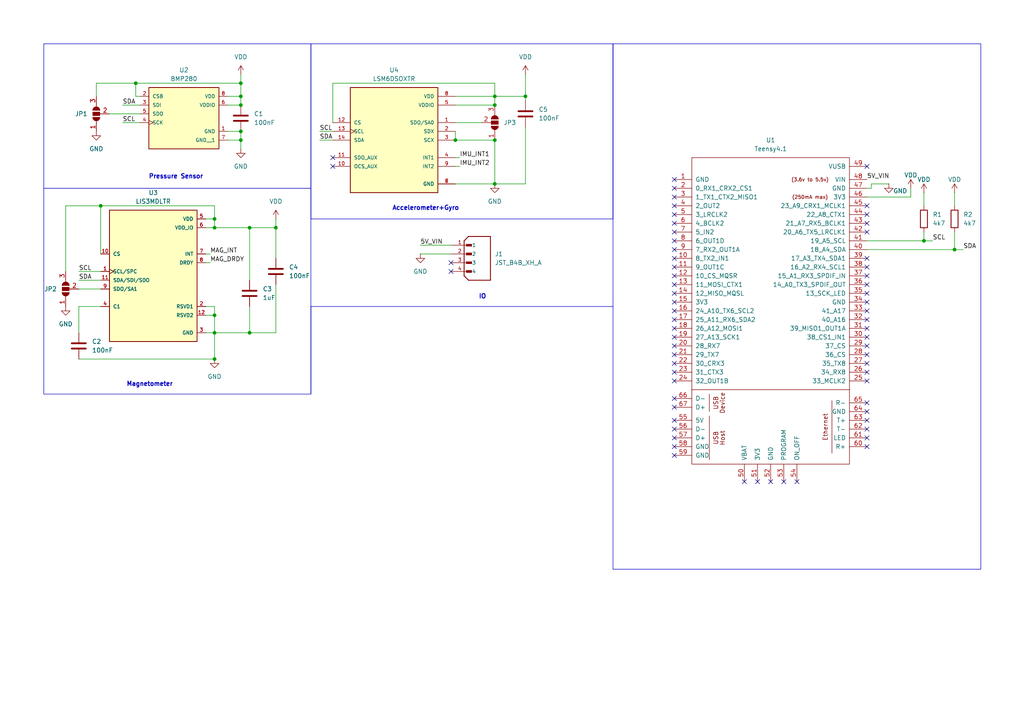
<source format=kicad_sch>
(kicad_sch (version 20231120) (generator "eeschema") (generator_version "8.0")
  (paper "A4")
  (lib_symbols
    (symbol "Device:C" (pin_numbers hide) (pin_names (offset 0.254))
      (property "Reference" "C" (at 0.635 2.54 0))
      (property "Value" "C" (at 0.635 -2.54 0))
      (symbol "C_0_1"
        (polyline (pts (xy -2.032 -0.762) (xy 2.032 -0.762)) (stroke (width 0.508)))
        (polyline (pts (xy -2.032 0.762) (xy 2.032 0.762)) (stroke (width 0.508)))
      )
      (symbol "C_1_1"
        (pin passive line (at 0 3.81 270) (length 2.794) (name "~") (number "1"))
        (pin passive line (at 0 -3.81 90) (length 2.794) (name "~") (number "2"))
      )
    )
    (symbol "Device:R" (pin_numbers hide) (pin_names (offset 0))
      (property "Reference" "R" (at 2.032 0 90))
      (property "Value" "R" (at 0 0 90))
      (symbol "R_0_1"
        (rectangle (start -1.016 -2.54) (end 1.016 2.54) (stroke (width 0.254)))
      )
      (symbol "R_1_1"
        (pin passive line (at 0 3.81 270) (length 1.27) (name "~") (number "1"))
        (pin passive line (at 0 -3.81 90) (length 1.27) (name "~") (number "2"))
      )
    )
    (symbol "Jumper:SolderJumper_3_Open" (pin_names (offset 0) hide) (exclude_from_sim yes) (in_bom no)
      (property "Reference" "JP" (at -2.54 -2.54 0))
      (property "Value" "SolderJumper_3_Open" (at 0 2.794 0))
      (symbol "SolderJumper_3_Open_0_1"
        (arc (start -1.016 1.016) (mid -2.0276 0) (end -1.016 -1.016))
        (arc (start -1.016 1.016) (mid -2.0276 0) (end -1.016 -1.016) (fill (type outline)))
        (rectangle (start -0.508 1.016) (end 0.508 -1.016) (fill (type outline)))
        (polyline (pts (xy -2.54 0) (xy -2.032 0)))
        (polyline (pts (xy -1.016 1.016) (xy -1.016 -1.016)))
        (polyline (pts (xy 0 -1.27) (xy 0 -1.016)))
        (polyline (pts (xy 1.016 1.016) (xy 1.016 -1.016)))
        (polyline (pts (xy 2.54 0) (xy 2.032 0)))
        (arc (start 1.016 -1.016) (mid 2.0276 0) (end 1.016 1.016))
        (arc (start 1.016 -1.016) (mid 2.0276 0) (end 1.016 1.016) (fill (type outline)))
      )
      (symbol "SolderJumper_3_Open_1_1"
        (pin passive line (at -5.08 0 0) (length 2.54) (name "A") (number "1"))
        (pin passive line (at 0 -3.81 90) (length 2.54) (name "C") (number "2"))
        (pin passive line (at 5.08 0 180) (length 2.54) (name "B") (number "3"))
      )
    )
    (symbol "custom_library:BMP280" (pin_names (offset 1.016))
      (property "Reference" "U" (at -10.1796 7.6347 0))
      (property "Value" "BMP280" (at -10.668 -12.192 0))
      (symbol "BMP280_0_0"
        (rectangle (start -10.16 7.62) (end 10.16 -10.16) (stroke (width 0.254)) (fill (type background)))
        (pin power_in line (at 12.7 -5.08 180) (length 2.54) (name "GND") (number "1"))
        (pin input line (at -12.7 5.08 0) (length 2.54) (name "CSB") (number "2"))
        (pin bidirectional line (at -12.7 2.54 0) (length 2.54) (name "SDI") (number "3"))
        (pin input clock (at -12.7 -2.54 0) (length 2.54) (name "SCK") (number "4"))
        (pin bidirectional line (at -12.7 0 0) (length 2.54) (name "SDO") (number "5"))
        (pin power_in line (at 12.7 2.54 180) (length 2.54) (name "VDDIO") (number "6"))
        (pin power_in line (at 12.7 -7.62 180) (length 2.54) (name "GND__1") (number "7"))
        (pin power_in line (at 12.7 5.08 180) (length 2.54) (name "VDD") (number "8"))
      )
    )
    (symbol "custom_library:JST_B4B_XH_A" (pin_names (offset 1.016))
      (property "Reference" "J" (at -2.54 6.35 0))
      (property "Value" "JST_B4B_XH_A" (at -2.54 -10.16 0))
      (symbol "JST_B4B_XH_A_0_0"
        (rectangle (start -3.175 -5.3975) (end -1.5875 -4.7625) (stroke (width 0.1)) (fill (type outline)))
        (rectangle (start -3.175 -2.8575) (end -1.5875 -2.2225) (stroke (width 0.1)) (fill (type outline)))
        (rectangle (start -3.175 -0.3175) (end -1.5875 0.3175) (stroke (width 0.1)) (fill (type outline)))
        (rectangle (start -3.175 2.2225) (end -1.5875 2.8575) (stroke (width 0.1)) (fill (type outline)))
        (polyline (pts (xy -3.81 -6.35) (xy -2.54 -7.62)) (stroke (width 0.254)))
        (polyline (pts (xy -3.81 3.81) (xy -3.81 -6.35)) (stroke (width 0.254)))
        (polyline (pts (xy -3.81 3.81) (xy -2.54 5.08)) (stroke (width 0.254)))
        (polyline (pts (xy -2.54 -7.62) (xy 3.81 -7.62)) (stroke (width 0.254)))
        (polyline (pts (xy 3.81 -7.62) (xy 3.81 5.08)) (stroke (width 0.254)))
        (polyline (pts (xy 3.81 5.08) (xy -2.54 5.08)) (stroke (width 0.254)))
        (pin passive line (at -7.62 2.54 0) (length 5.08) (name "1") (number "1"))
        (pin passive line (at -7.62 0 0) (length 5.08) (name "2") (number "2"))
        (pin passive line (at -7.62 -2.54 0) (length 5.08) (name "3") (number "3"))
        (pin passive line (at -7.62 -5.08 0) (length 5.08) (name "4") (number "4"))
      )
    )
    (symbol "custom_library:LIS3MDLTR" (pin_names (offset 1.016))
      (property "Reference" "U" (at -12.954 19.812 0))
      (property "Value" "LIS3MDLTR" (at -12.954 18.034 0))
      (symbol "LIS3MDLTR_0_0"
        (rectangle (start -12.7 17.78) (end 12.7 -20.32) (stroke (width 0.254)) (fill (type background)))
        (pin input clock (at -15.24 0 0) (length 2.54) (name "SCL/SPC") (number "1"))
        (pin input line (at -15.24 5.08 0) (length 2.54) (name "CS") (number "10"))
        (pin bidirectional line (at -15.24 -2.54 0) (length 2.54) (name "SDA/SDI/SDO") (number "11"))
        (pin passive line (at 15.24 -12.7 180) (length 2.54) (name "RSVD2") (number "12"))
        (pin passive line (at 15.24 -10.16 180) (length 2.54) (name "RSVD1") (number "2"))
        (pin power_in line (at 15.24 -17.78 180) (length 2.54) (name "GND") (number "3"))
        (pin passive line (at -15.24 -10.16 0) (length 2.54) (name "C1") (number "4"))
        (pin power_in line (at 15.24 15.24 180) (length 2.54) (name "VDD") (number "5"))
        (pin power_in line (at 15.24 12.7 180) (length 2.54) (name "VDD_IO") (number "6"))
        (pin output line (at 15.24 5.08 180) (length 2.54) (name "INT") (number "7"))
        (pin output line (at 15.24 2.54 180) (length 2.54) (name "DRDY") (number "8"))
        (pin bidirectional line (at -15.24 -5.08 0) (length 2.54) (name "SDO/SA1") (number "9"))
      )
    )
    (symbol "custom_library:LSM6DSOXTR" (pin_names (offset 1.016))
      (property "Reference" "U" (at -12.954 17.526 0))
      (property "Value" "LSM6DSOXTR" (at -12.954 15.748 0))
      (symbol "LSM6DSOXTR_0_0"
        (rectangle (start -12.7 15.24) (end 12.7 -15.24) (stroke (width 0.254)) (fill (type background)))
        (pin bidirectional line (at 17.78 5.08 180) (length 5.08) (name "SDO/SA0") (number "1"))
        (pin bidirectional line (at -17.78 -7.62 0) (length 5.08) (name "OCS_AUX") (number "10"))
        (pin bidirectional line (at -17.78 -5.08 0) (length 5.08) (name "SDO_AUX") (number "11"))
        (pin input line (at -17.78 5.08 0) (length 5.08) (name "CS") (number "12"))
        (pin input clock (at -17.78 2.54 0) (length 5.08) (name "SCL") (number "13"))
        (pin bidirectional line (at -17.78 0 0) (length 5.08) (name "SDA") (number "14"))
        (pin bidirectional line (at 17.78 2.54 180) (length 5.08) (name "SDX") (number "2"))
        (pin bidirectional line (at 17.78 0 180) (length 5.08) (name "SCX") (number "3"))
        (pin output line (at 17.78 -5.08 180) (length 5.08) (name "INT1") (number "4"))
        (pin power_in line (at 17.78 10.16 180) (length 5.08) (name "VDDIO") (number "5"))
        (pin power_in line (at 17.78 -12.7 180) (length 5.08) (name "GND") (number "6"))
        (pin power_in line (at 17.78 -12.7 180) (length 5.08) (name "GND") (number "7"))
        (pin power_in line (at 17.78 12.7 180) (length 5.08) (name "VDD") (number "8"))
        (pin output line (at 17.78 -7.62 180) (length 5.08) (name "INT2") (number "9"))
      )
    )
    (symbol "custom_library:Teensy4.1" (pin_names (offset 1.016))
      (property "Reference" "U" (at 0 64.77 0))
      (property "Value" "Teensy4.1" (at 0 62.23 0))
      (symbol "Teensy4.1_0_0"
        (polyline (pts (xy -22.86 -6.35) (xy 22.86 -6.35)))
        (polyline (pts (xy -17.78 -26.67) (xy -17.78 -13.97)))
        (polyline (pts (xy -17.78 -7.62) (xy -17.78 -12.7)))
        (polyline (pts (xy 17.78 -9.525) (xy 17.78 -24.765)))
        (text "(250mA max)" (at 11.43 49.53 0) (effects (font (size 1.016 1.016))))
        (text "(3.6v to 5.5v)" (at 11.43 54.61 0) (effects (font (size 1.016 1.016))))
        (text "Device" (at -13.97 -10.16 900) (effects (font (size 1.27 1.27))))
        (text "Ethernet" (at 15.875 -17.145 900) (effects (font (size 1.27 1.27))))
        (text "Host" (at -13.97 -20.32 900) (effects (font (size 1.27 1.27))))
        (text "USB" (at -15.875 -20.32 900) (effects (font (size 1.27 1.27))))
        (text "USB" (at -15.875 -10.16 900) (effects (font (size 1.27 1.27))))
        (pin bidirectional line (at -27.94 31.75 0) (length 5.08) (name "8_TX2_IN1") (number "10"))
        (pin bidirectional line (at -27.94 29.21 0) (length 5.08) (name "9_OUT1C") (number "11"))
        (pin bidirectional line (at -27.94 26.67 0) (length 5.08) (name "10_CS_MQSR") (number "12"))
        (pin bidirectional line (at -27.94 24.13 0) (length 5.08) (name "11_MOSI_CTX1") (number "13"))
        (pin bidirectional line (at -27.94 21.59 0) (length 5.08) (name "12_MISO_MQSL") (number "14"))
        (pin power_in line (at -27.94 19.05 0) (length 5.08) (name "3V3") (number "15"))
        (pin bidirectional line (at -27.94 16.51 0) (length 5.08) (name "24_A10_TX6_SCL2") (number "16"))
        (pin bidirectional line (at -27.94 13.97 0) (length 5.08) (name "25_A11_RX6_SDA2") (number "17"))
        (pin bidirectional line (at -27.94 11.43 0) (length 5.08) (name "26_A12_MOSI1") (number "18"))
        (pin bidirectional line (at -27.94 8.89 0) (length 5.08) (name "27_A13_SCK1") (number "19"))
        (pin bidirectional line (at -27.94 6.35 0) (length 5.08) (name "28_RX7") (number "20"))
        (pin bidirectional line (at -27.94 3.81 0) (length 5.08) (name "29_TX7") (number "21"))
        (pin bidirectional line (at -27.94 1.27 0) (length 5.08) (name "30_CRX3") (number "22"))
        (pin bidirectional line (at -27.94 -1.27 0) (length 5.08) (name "31_CTX3") (number "23"))
        (pin bidirectional line (at -27.94 -3.81 0) (length 5.08) (name "32_OUT1B") (number "24"))
        (pin bidirectional line (at 27.94 -3.81 180) (length 5.08) (name "33_MCLK2") (number "25"))
        (pin bidirectional line (at 27.94 -1.27 180) (length 5.08) (name "34_RX8") (number "26"))
        (pin bidirectional line (at 27.94 1.27 180) (length 5.08) (name "35_TX8") (number "27"))
        (pin bidirectional line (at 27.94 3.81 180) (length 5.08) (name "36_CS") (number "28"))
        (pin bidirectional line (at 27.94 6.35 180) (length 5.08) (name "37_CS") (number "29"))
        (pin bidirectional line (at 27.94 8.89 180) (length 5.08) (name "38_CS1_IN1") (number "30"))
        (pin bidirectional line (at 27.94 11.43 180) (length 5.08) (name "39_MISO1_OUT1A") (number "31"))
        (pin bidirectional line (at 27.94 13.97 180) (length 5.08) (name "40_A16") (number "32"))
        (pin bidirectional line (at 27.94 16.51 180) (length 5.08) (name "41_A17") (number "33"))
        (pin bidirectional line (at 27.94 21.59 180) (length 5.08) (name "13_SCK_LED") (number "35"))
        (pin bidirectional line (at 27.94 24.13 180) (length 5.08) (name "14_A0_TX3_SPDIF_OUT") (number "36"))
        (pin bidirectional line (at 27.94 26.67 180) (length 5.08) (name "15_A1_RX3_SPDIF_IN") (number "37"))
        (pin bidirectional line (at 27.94 29.21 180) (length 5.08) (name "16_A2_RX4_SCL1") (number "38"))
        (pin bidirectional line (at 27.94 31.75 180) (length 5.08) (name "17_A3_TX4_SDA1") (number "39"))
        (pin bidirectional line (at 27.94 34.29 180) (length 5.08) (name "18_A4_SDA") (number "40"))
        (pin bidirectional line (at 27.94 36.83 180) (length 5.08) (name "19_A5_SCL") (number "41"))
        (pin bidirectional line (at 27.94 39.37 180) (length 5.08) (name "20_A6_TX5_LRCLK1") (number "42"))
        (pin bidirectional line (at 27.94 41.91 180) (length 5.08) (name "21_A7_RX5_BCLK1") (number "43"))
        (pin bidirectional line (at 27.94 44.45 180) (length 5.08) (name "22_A8_CTX1") (number "44"))
        (pin bidirectional line (at 27.94 46.99 180) (length 5.08) (name "23_A9_CRX1_MCLK1") (number "45"))
        (pin output line (at 27.94 49.53 180) (length 5.08) (name "3V3") (number "46"))
        (pin output line (at 27.94 52.07 180) (length 5.08) (name "GND") (number "47"))
        (pin power_in line (at 27.94 54.61 180) (length 5.08) (name "VIN") (number "48"))
        (pin power_out line (at 27.94 58.42 180) (length 5.08) (name "VUSB") (number "49"))
        (pin bidirectional line (at -27.94 44.45 0) (length 5.08) (name "3_LRCLK2") (number "5"))
        (pin power_in line (at -7.62 -33.02 90) (length 5.08) (name "VBAT") (number "50"))
        (pin power_in line (at -3.81 -33.02 90) (length 5.08) (name "3V3") (number "51"))
        (pin input line (at 0 -33.02 90) (length 5.08) (name "GND") (number "52"))
        (pin input line (at 3.81 -33.02 90) (length 5.08) (name "PROGRAM") (number "53"))
        (pin input line (at 7.62 -33.02 90) (length 5.08) (name "ON_OFF") (number "54"))
        (pin power_out line (at -27.94 -15.24 0) (length 5.08) (name "5V") (number "55"))
        (pin bidirectional line (at -27.94 -17.78 0) (length 5.08) (name "D-") (number "56"))
        (pin bidirectional line (at -27.94 -20.32 0) (length 5.08) (name "D+") (number "57"))
        (pin power_in line (at -27.94 -22.86 0) (length 5.08) (name "GND") (number "58"))
        (pin power_in line (at -27.94 -25.4 0) (length 5.08) (name "GND") (number "59"))
        (pin bidirectional line (at -27.94 41.91 0) (length 5.08) (name "4_BCLK2") (number "6"))
        (pin bidirectional line (at 27.94 -22.86 180) (length 5.08) (name "R+") (number "60"))
        (pin bidirectional line (at 27.94 -20.32 180) (length 5.08) (name "LED") (number "61"))
        (pin bidirectional line (at 27.94 -17.78 180) (length 5.08) (name "T-") (number "62"))
        (pin bidirectional line (at 27.94 -15.24 180) (length 5.08) (name "T+") (number "63"))
        (pin power_in line (at 27.94 -12.7 180) (length 5.08) (name "GND") (number "64"))
        (pin bidirectional line (at 27.94 -10.16 180) (length 5.08) (name "R-") (number "65"))
        (pin bidirectional line (at -27.94 -8.89 0) (length 5.08) (name "D-") (number "66"))
        (pin bidirectional line (at -27.94 -11.43 0) (length 5.08) (name "D+") (number "67"))
        (pin bidirectional line (at -27.94 39.37 0) (length 5.08) (name "5_IN2") (number "7"))
        (pin bidirectional line (at -27.94 36.83 0) (length 5.08) (name "6_OUT1D") (number "8"))
        (pin bidirectional line (at -27.94 34.29 0) (length 5.08) (name "7_RX2_OUT1A") (number "9"))
      )
      (symbol "Teensy4.1_0_1"
        (rectangle (start -22.86 60.96) (end 22.86 -27.94))
        (rectangle (start -20.32 -1.27) (end -20.32 -1.27))
      )
      (symbol "Teensy4.1_1_1"
        (pin power_in line (at -27.94 54.61 0) (length 5.08) (name "GND") (number "1"))
        (pin bidirectional line (at -27.94 52.07 0) (length 5.08) (name "0_RX1_CRX2_CS1") (number "2"))
        (pin bidirectional line (at -27.94 49.53 0) (length 5.08) (name "1_TX1_CTX2_MISO1") (number "3"))
        (pin power_in line (at 27.94 19.05 180) (length 5.08) (name "GND") (number "34"))
        (pin bidirectional line (at -27.94 46.99 0) (length 5.08) (name "2_OUT2") (number "4"))
      )
    )
    (symbol "power:GND" (power) (pin_numbers hide) (pin_names (offset 0) hide)
      (property "Value" "GND" (at 0 -3.81 0))
      (symbol "GND_0_1"
        (polyline (pts (xy 0 0) (xy 0 -1.27) (xy 1.27 -1.27) (xy 0 -2.54) (xy -1.27 -1.27) (xy 0 -1.27)))
      )
      (symbol "GND_1_1"
        (pin power_in line (at 0 0 270) (length 0) (name "~") (number "1"))
      )
    )
    (symbol "power:VDD" (power) (pin_numbers hide) (pin_names (offset 0) hide)
      (property "Value" "VDD" (at 0 3.556 0))
      (symbol "VDD_0_1"
        (polyline (pts (xy -0.762 1.27) (xy 0 2.54)))
        (polyline (pts (xy 0 0) (xy 0 2.54)))
        (polyline (pts (xy 0 2.54) (xy 0.762 1.27)))
      )
      (symbol "VDD_1_1"
        (pin power_in line (at 0 0 90) (length 0) (name "~") (number "1"))
      )
    )
  )
  (junction (at 143.51 53.34))
  (junction (at 69.85 24.13))
  (junction (at 62.23 96.52))
  (junction (at 80.01 66.04))
  (junction (at 72.39 66.04))
  (junction (at 69.85 38.1))
  (junction (at 143.51 27.94))
  (junction (at 69.85 30.48))
  (junction (at 132.08 40.64))
  (junction (at 143.51 30.48))
  (junction (at 62.23 66.04))
  (junction (at 69.85 40.64))
  (junction (at 69.85 27.94))
  (junction (at 267.97 69.85))
  (junction (at 72.39 96.52))
  (junction (at 62.23 104.14))
  (junction (at 29.21 59.69))
  (junction (at 62.23 63.5))
  (junction (at 143.51 40.64))
  (junction (at 276.86 72.39))
  (junction (at 39.37 24.13))
  (junction (at 152.4 27.94))
  (junction (at 62.23 91.44))
  (no_connect (at 195.58 52.07))
  (no_connect (at 231.14 139.7))
  (no_connect (at 195.58 124.46))
  (no_connect (at 96.52 45.72))
  (no_connect (at 251.46 48.26))
  (no_connect (at 251.46 107.95))
  (no_connect (at 195.58 77.47))
  (no_connect (at 251.46 119.38))
  (no_connect (at 195.58 80.01))
  (no_connect (at 251.46 105.41))
  (no_connect (at 195.58 110.49))
  (no_connect (at 195.58 82.55))
  (no_connect (at 251.46 129.54))
  (no_connect (at 195.58 129.54))
  (no_connect (at 251.46 80.01))
  (no_connect (at 251.46 102.87))
  (no_connect (at 251.46 62.23))
  (no_connect (at 251.46 67.31))
  (no_connect (at 195.58 69.85))
  (no_connect (at 227.33 139.7))
  (no_connect (at 195.58 127))
  (no_connect (at 251.46 127))
  (no_connect (at 251.46 116.84))
  (no_connect (at 195.58 102.87))
  (no_connect (at 195.58 90.17))
  (no_connect (at 251.46 92.71))
  (no_connect (at 130.81 78.74))
  (no_connect (at 251.46 95.25))
  (no_connect (at 195.58 107.95))
  (no_connect (at 251.46 100.33))
  (no_connect (at 195.58 72.39))
  (no_connect (at 195.58 105.41))
  (no_connect (at 251.46 97.79))
  (no_connect (at 195.58 92.71))
  (no_connect (at 195.58 74.93))
  (no_connect (at 251.46 124.46))
  (no_connect (at 251.46 74.93))
  (no_connect (at 195.58 67.31))
  (no_connect (at 195.58 100.33))
  (no_connect (at 195.58 115.57))
  (no_connect (at 96.52 48.26))
  (no_connect (at 251.46 121.92))
  (no_connect (at 195.58 62.23))
  (no_connect (at 215.9 139.7))
  (no_connect (at 195.58 118.11))
  (no_connect (at 251.46 77.47))
  (no_connect (at 219.71 139.7))
  (no_connect (at 195.58 54.61))
  (no_connect (at 195.58 132.08))
  (no_connect (at 130.81 76.2))
  (no_connect (at 195.58 85.09))
  (no_connect (at 251.46 59.69))
  (no_connect (at 195.58 57.15))
  (no_connect (at 195.58 97.79))
  (no_connect (at 251.46 85.09))
  (no_connect (at 223.52 139.7))
  (no_connect (at 195.58 95.25))
  (no_connect (at 195.58 121.92))
  (no_connect (at 251.46 87.63))
  (no_connect (at 195.58 64.77))
  (no_connect (at 251.46 82.55))
  (no_connect (at 251.46 64.77))
  (no_connect (at 195.58 87.63))
  (no_connect (at 195.58 59.69))
  (no_connect (at 251.46 90.17))
  (no_connect (at 251.46 110.49))
  (wire (pts (xy 152.4 53.34) (xy 152.4 36.83)))
  (wire (pts (xy 143.51 27.94) (xy 152.4 27.94)))
  (wire (pts (xy 152.4 53.34) (xy 143.51 53.34)))
  (wire (pts (xy 59.69 96.52) (xy 62.23 96.52)))
  (wire (pts (xy 276.86 55.88) (xy 276.86 59.69)))
  (wire (pts (xy 92.71 38.1) (xy 96.52 38.1)))
  (wire (pts (xy 22.86 104.14) (xy 62.23 104.14)))
  (wire (pts (xy 69.85 21.59) (xy 69.85 24.13)))
  (wire (pts (xy 66.04 40.64) (xy 69.85 40.64)))
  (wire (pts (xy 257.81 53.34) (xy 252.73 53.34)))
  (wire (pts (xy 276.86 72.39) (xy 279.4 72.39)))
  (wire (pts (xy 69.85 38.1) (xy 69.85 40.64)))
  (wire (pts (xy 267.97 55.88) (xy 267.97 59.69)))
  (wire (pts (xy 39.37 24.13) (xy 69.85 24.13)))
  (wire (pts (xy 59.69 63.5) (xy 62.23 63.5)))
  (wire (pts (xy 72.39 66.04) (xy 72.39 81.28)))
  (wire (pts (xy 69.85 24.13) (xy 69.85 27.94)))
  (wire (pts (xy 29.21 88.9) (xy 22.86 88.9)))
  (wire (pts (xy 251.46 72.39) (xy 276.86 72.39)))
  (wire (pts (xy 69.85 43.18) (xy 69.85 40.64)))
  (wire (pts (xy 143.51 53.34) (xy 143.51 40.64)))
  (wire (pts (xy 22.86 78.74) (xy 29.21 78.74)))
  (polyline (pts (xy 90.17 88.9) (xy 177.8 88.9)))
  (wire (pts (xy 35.56 30.48) (xy 40.64 30.48)))
  (wire (pts (xy 143.51 27.94) (xy 143.51 30.48)))
  (wire (pts (xy 35.56 35.56) (xy 40.64 35.56)))
  (wire (pts (xy 143.51 24.13) (xy 143.51 27.94)))
  (wire (pts (xy 59.69 91.44) (xy 62.23 91.44)))
  (wire (pts (xy 62.23 63.5) (xy 62.23 66.04)))
  (wire (pts (xy 27.94 24.13) (xy 39.37 24.13)))
  (wire (pts (xy 121.92 71.12) (xy 130.81 71.12)))
  (wire (pts (xy 62.23 96.52) (xy 72.39 96.52)))
  (wire (pts (xy 29.21 59.69) (xy 62.23 59.69)))
  (wire (pts (xy 96.52 24.13) (xy 143.51 24.13)))
  (wire (pts (xy 132.08 27.94) (xy 143.51 27.94)))
  (wire (pts (xy 22.86 83.82) (xy 29.21 83.82)))
  (wire (pts (xy 276.86 72.39) (xy 276.86 67.31)))
  (wire (pts (xy 80.01 63.5) (xy 80.01 66.04)))
  (wire (pts (xy 92.71 40.64) (xy 96.52 40.64)))
  (wire (pts (xy 19.05 59.69) (xy 29.21 59.69)))
  (wire (pts (xy 132.08 53.34) (xy 143.51 53.34)))
  (wire (pts (xy 152.4 27.94) (xy 152.4 29.21)))
  (wire (pts (xy 62.23 96.52) (xy 62.23 91.44)))
  (wire (pts (xy 31.75 33.02) (xy 40.64 33.02)))
  (wire (pts (xy 132.08 38.1) (xy 132.08 40.64)))
  (wire (pts (xy 80.01 66.04) (xy 80.01 74.93)))
  (wire (pts (xy 132.08 35.56) (xy 139.7 35.56)))
  (wire (pts (xy 27.94 27.94) (xy 27.94 24.13)))
  (wire (pts (xy 252.73 54.61) (xy 251.46 54.61)))
  (wire (pts (xy 251.46 69.85) (xy 267.97 69.85)))
  (wire (pts (xy 121.92 73.66) (xy 130.81 73.66)))
  (wire (pts (xy 62.23 59.69) (xy 62.23 63.5)))
  (wire (pts (xy 96.52 35.56) (xy 96.52 24.13)))
  (wire (pts (xy 267.97 69.85) (xy 270.51 69.85)))
  (wire (pts (xy 66.04 38.1) (xy 69.85 38.1)))
  (wire (pts (xy 152.4 21.59) (xy 152.4 27.94)))
  (wire (pts (xy 62.23 88.9) (xy 62.23 91.44)))
  (wire (pts (xy 66.04 27.94) (xy 69.85 27.94)))
  (wire (pts (xy 22.86 88.9) (xy 22.86 96.52)))
  (wire (pts (xy 72.39 96.52) (xy 80.01 96.52)))
  (wire (pts (xy 59.69 66.04) (xy 62.23 66.04)))
  (wire (pts (xy 252.73 53.34) (xy 252.73 54.61)))
  (wire (pts (xy 62.23 66.04) (xy 72.39 66.04)))
  (wire (pts (xy 72.39 96.52) (xy 72.39 88.9)))
  (wire (pts (xy 19.05 78.74) (xy 19.05 59.69)))
  (wire (pts (xy 80.01 96.52) (xy 80.01 82.55)))
  (wire (pts (xy 133.35 48.26) (xy 132.08 48.26)))
  (wire (pts (xy 29.21 73.66) (xy 29.21 59.69)))
  (wire (pts (xy 60.96 76.2) (xy 59.69 76.2)))
  (wire (pts (xy 264.16 54.61) (xy 264.16 57.15)))
  (wire (pts (xy 132.08 30.48) (xy 143.51 30.48)))
  (wire (pts (xy 264.16 57.15) (xy 251.46 57.15)))
  (wire (pts (xy 69.85 30.48) (xy 69.85 27.94)))
  (wire (pts (xy 267.97 67.31) (xy 267.97 69.85)))
  (wire (pts (xy 22.86 81.28) (xy 29.21 81.28)))
  (wire (pts (xy 132.08 40.64) (xy 143.51 40.64)))
  (polyline (pts (xy 90.17 114.3) (xy 90.17 88.9)))
  (wire (pts (xy 40.64 27.94) (xy 39.37 27.94)))
  (wire (pts (xy 72.39 66.04) (xy 80.01 66.04)))
  (wire (pts (xy 39.37 27.94) (xy 39.37 24.13)))
  (wire (pts (xy 59.69 88.9) (xy 62.23 88.9)))
  (wire (pts (xy 62.23 104.14) (xy 62.23 96.52)))
  (wire (pts (xy 60.96 73.66) (xy 59.69 73.66)))
  (wire (pts (xy 66.04 30.48) (xy 69.85 30.48)))
  (wire (pts (xy 133.35 45.72) (xy 132.08 45.72)))
  (rectangle (start 12.7 54.61) (end 90.17 114.3))
  (rectangle (start 12.7 12.7) (end 90.17 54.61))
  (rectangle (start 177.8 12.7) (end 284.48 165.1))
  (rectangle (start 90.17 12.7) (end 177.8 63.5))
  (text "Pressure Sensor" (at 51.054 51.308 0) (effects (font (size 1.27 1.27) (thickness 0.254) (bold yes))))
  (text "Accelerometer+Gyro " (at 123.952 60.452 0) (effects (font (size 1.27 1.27) (thickness 0.254) (bold yes))))
  (text "Magnetometer" (at 43.434 111.506 0) (effects (font (size 1.27 1.27) (thickness 0.254) (bold yes))))
  (text "IO" (at 139.954 86.106 0) (effects (font (size 1.27 1.27) (thickness 0.254) (bold yes))))
  (label "SCL" (at 92.71 38.1 0))
  (label "SCL" (at 22.86 78.74 0))
  (label "SCL" (at 270.51 69.85 0))
  (label "SDA" (at 92.71 40.64 0))
  (label "IMU_INT2" (at 133.35 48.26 0))
  (label "SCL" (at 35.56 35.56 0))
  (label "5V_VIN" (at 251.46 52.07 0))
  (label "MAG_DRDY" (at 60.96 76.2 0))
  (label "SDA" (at 279.4 72.39 0))
  (label "SDA" (at 22.86 81.28 0))
  (label "5V_VIN" (at 121.92 71.12 0))
  (label "SDA" (at 35.56 30.48 0))
  (label "MAG_INT" (at 60.96 73.66 0))
  (label "IMU_INT1" (at 133.35 45.72 0))
  (symbol (lib_id "Device:C") (at 22.86 100.33 0) (unit 1)
    (property "Reference" "C2" (at 26.67 99.0599 0) (effects (justify left)))
    (property "Value" "100nF" (at 26.67 101.5999 0) (effects (justify left)))
    (property "Footprint" "Capacitor_SMD:C_0805_2012Metric" (effects (hide yes)))
    (property "Description" "Unpolarized capacitor" (effects (hide yes)))
  )
  (symbol (lib_id "power:VDD") (at 276.86 55.88 0) (unit 1)
    (property "Reference" "#PWR015" (effects (hide yes)))
    (property "Value" "VDD" (at 276.86 52.07 0))
    (property "Description" "Power symbol creates a global label with name \"VDD\"" (effects (hide yes)))
  )
  (symbol (lib_id "power:VDD") (at 264.16 54.61 0) (unit 1)
    (property "Reference" "#PWR013" (effects (hide yes)))
    (property "Value" "VDD" (at 264.16 50.8 0))
    (property "Description" "Power symbol creates a global label with name \"VDD\"" (effects (hide yes)))
  )
  (symbol (lib_id "custom_library:LSM6DSOXTR") (at 114.3 40.64 0) (unit 1)
    (property "Reference" "U4" (at 114.3 20.32 0))
    (property "Value" "LSM6DSOXTR" (at 114.3 22.86 0))
    (property "Footprint" "custom_library:LSM6DSOXTR" (effects (hide yes)))
    (property "MF" "STMicroelectronics" (effects (hide yes)))
    (property "Description_1" "\n                        \n                            Accelerometer, Gyroscope, 6 Axis Sensor I2C, SPI Output\n                        \n" (effects (hide yes)))
    (property "Package" "VFLGA-14 STMicroelectronics" (effects (hide yes)))
    (property "Price" "None" (effects (hide yes)))
    (property "Check_prices" "https://www.snapeda.com/parts/LSM6DSOXTR/STMicroelectronics/view-part/?ref=eda" (effects (hide yes)))
    (property "STANDARD" "IPC7351B" (effects (hide yes)))
    (property "PARTREV" "3.0" (effects (hide yes)))
    (property "SnapEDA_Link" "https://www.snapeda.com/parts/LSM6DSOXTR/STMicroelectronics/view-part/?ref=snap" (effects (hide yes)))
    (property "MP" "LSM6DSOXTR" (effects (hide yes)))
    (property "Purchase-URL" "https://www.snapeda.com/api/url_track_click_mouser/?unipart_id=3227828&manufacturer=STMicroelectronics&part_name=LSM6DSOXTR&search_term=None" (effects (hide yes)))
    (property "Availability" "In Stock" (effects (hide yes)))
    (property "MANUFACTURER" "ST Microelectronics" (effects (hide yes)))
  )
  (symbol (lib_id "custom_library:BMP280") (at 53.34 33.02 0) (unit 1)
    (property "Reference" "U2" (at 53.34 20.32 0))
    (property "Value" "BMP280" (at 53.34 22.86 0))
    (property "Footprint" "custom_library:BMP280" (effects (hide yes)))
    (property "MANUFACTURER" "Bosch" (effects (hide yes)))
    (property "MP" "BMP280" (effects (hide yes)))
    (property "PART_REV" "1.19" (effects (hide yes)))
  )
  (symbol (lib_id "power:GND") (at 143.51 53.34 0) (mirror y) (unit 1)
    (property "Reference" "#PWR010" (effects (hide yes)))
    (property "Value" "GND" (at 143.51 58.42 0))
    (property "Description" "Power symbol creates a global label with name \"GND\" , ground" (effects (hide yes)))
  )
  (symbol (lib_id "custom_library:Teensy4.1") (at 223.52 106.68 0) (unit 1)
    (property "Reference" "U1" (at 223.52 40.64 0))
    (property "Value" "Teensy4.1" (at 223.52 43.18 0))
    (property "Footprint" "custom_library:Teensy41" (effects (hide yes)))
  )
  (symbol (lib_id "power:VDD") (at 80.01 63.5 0) (unit 1)
    (property "Reference" "#PWR06" (effects (hide yes)))
    (property "Value" "VDD" (at 80.01 58.42 0))
    (property "Description" "Power symbol creates a global label with name \"VDD\"" (effects (hide yes)))
  )
  (symbol (lib_id "Jumper:SolderJumper_3_Open") (at 19.05 83.82 90) (unit 1) (exclude_from_sim yes) (in_bom no)
    (property "Reference" "JP2" (at 16.51 83.8199 90) (effects (justify left)))
    (property "Value" "SolderJumper_3_Open" (effects (hide yes)))
    (property "Footprint" "Jumper:SolderJumper-3_P1.3mm_Open_Pad1.0x1.5mm_NumberLabels" (effects (hide yes)))
    (property "Description" "Solder Jumper, 3-pole, open" (effects (hide yes)))
  )
  (symbol (lib_id "power:GND") (at 62.23 104.14 0) (unit 1)
    (property "Reference" "#PWR03" (effects (hide yes)))
    (property "Value" "GND" (at 62.23 109.22 0))
    (property "Description" "Power symbol creates a global label with name \"GND\" , ground" (effects (hide yes)))
  )
  (symbol (lib_id "Device:C") (at 152.4 33.02 180) (unit 1)
    (property "Reference" "C5" (at 156.21 31.7499 0) (effects (justify right)))
    (property "Value" "100nF" (at 156.21 34.2899 0) (effects (justify right)))
    (property "Footprint" "Capacitor_SMD:C_0805_2012Metric" (effects (hide yes)))
    (property "Description" "Unpolarized capacitor" (effects (hide yes)))
  )
  (symbol (lib_id "custom_library:LIS3MDLTR") (at 44.45 78.74 0) (unit 1)
    (property "Reference" "U3" (at 44.45 55.88 0))
    (property "Value" "LIS3MDLTR" (at 44.45 58.42 0))
    (property "Footprint" "custom_library:LIS3MDLTR" (effects (hide yes)))
    (property "Description" "LIS3MDL Series 3 Axis ±2/±8/±12/±16 g 3.6V High Performance Magnetometer LGA-12" (effects (hide yes)))
    (property "MF" "STMicroelectronics" (effects (hide yes)))
    (property "PACKAGE" "VFLGA-12 STMicroelectronics" (effects (hide yes)))
    (property "PRICE" "None" (effects (hide yes)))
    (property "Package" "VFLGA-12 STMicroelectronics" (effects (hide yes)))
    (property "Check_prices" "https://www.snapeda.com/parts/LIS3MDLTR/STMicroelectronics/view-part/?ref=eda" (effects (hide yes)))
    (property "STANDARD" "Manufacturer Recommendation" (effects (hide yes)))
    (property "PARTREV" "6" (effects (hide yes)))
    (property "SnapEDA_Link" "https://www.snapeda.com/parts/LIS3MDLTR/STMicroelectronics/view-part/?ref=snap" (effects (hide yes)))
    (property "MP" "LIS3MDLTR" (effects (hide yes)))
    (property "Price" "None" (effects (hide yes)))
    (property "Description_1" "\n                        \n                            Magnetoresistive Sensor X, Y, Z Axis 12-LGA (2x2)\n                        \n" (effects (hide yes)))
    (property "Availability" "In Stock" (effects (hide yes)))
    (property "AVAILABILITY" "Unavailable" (effects (hide yes)))
    (property "MAXIMUM_PACKAGE_HEIGHT" "1mm" (effects (hide yes)))
  )
  (symbol (lib_id "Jumper:SolderJumper_3_Open") (at 143.51 35.56 270) (mirror x) (unit 1) (exclude_from_sim yes) (in_bom no)
    (property "Reference" "JP3" (at 146.05 35.5599 90) (effects (justify left)))
    (property "Value" "SolderJumper_3_Open" (effects (hide yes)))
    (property "Footprint" "Jumper:SolderJumper-3_P1.3mm_Open_Pad1.0x1.5mm_NumberLabels" (effects (hide yes)))
    (property "Description" "Solder Jumper, 3-pole, open" (effects (hide yes)))
  )
  (symbol (lib_id "power:VDD") (at 152.4 21.59 0) (unit 1)
    (property "Reference" "#PWR011" (effects (hide yes)))
    (property "Value" "VDD" (at 152.4 16.51 0))
    (property "Description" "Power symbol creates a global label with name \"VDD\"" (effects (hide yes)))
  )
  (symbol (lib_id "power:GND") (at 19.05 88.9 0) (unit 1)
    (property "Reference" "#PWR01" (effects (hide yes)))
    (property "Value" "GND" (at 19.05 93.98 0))
    (property "Description" "Power symbol creates a global label with name \"GND\" , ground" (effects (hide yes)))
  )
  (symbol (lib_id "Device:R") (at 276.86 63.5 0) (unit 1)
    (property "Reference" "R2" (at 279.4 62.2299 0) (effects (justify left)))
    (property "Value" "4k7" (at 279.4 64.7699 0) (effects (justify left)))
    (property "Footprint" "Resistor_SMD:R_0805_2012Metric" (effects (hide yes)))
    (property "Description" "Resistor" (effects (hide yes)))
  )
  (symbol (lib_id "Jumper:SolderJumper_3_Open") (at 27.94 33.02 90) (unit 1) (exclude_from_sim yes) (in_bom no)
    (property "Reference" "JP1" (at 25.4 33.0199 90) (effects (justify left)))
    (property "Value" "SolderJumper_3_Open" (effects (hide yes)))
    (property "Footprint" "Jumper:SolderJumper-3_P1.3mm_Open_Pad1.0x1.5mm_NumberLabels" (effects (hide yes)))
    (property "Description" "Solder Jumper, 3-pole, open" (effects (hide yes)))
  )
  (symbol (lib_id "Device:R") (at 267.97 63.5 0) (unit 1)
    (property "Reference" "R1" (at 270.51 62.2299 0) (effects (justify left)))
    (property "Value" "4k7" (at 270.51 64.7699 0) (effects (justify left)))
    (property "Footprint" "Resistor_SMD:R_0805_2012Metric" (effects (hide yes)))
    (property "Description" "Resistor" (effects (hide yes)))
  )
  (symbol (lib_id "power:VDD") (at 69.85 21.59 0) (unit 1)
    (property "Reference" "#PWR04" (effects (hide yes)))
    (property "Value" "VDD" (at 69.85 16.51 0))
    (property "Description" "Power symbol creates a global label with name \"VDD\"" (effects (hide yes)))
  )
  (symbol (lib_id "power:VDD") (at 267.97 55.88 0) (unit 1)
    (property "Reference" "#PWR014" (effects (hide yes)))
    (property "Value" "VDD" (at 267.97 52.07 0))
    (property "Description" "Power symbol creates a global label with name \"VDD\"" (effects (hide yes)))
  )
  (symbol (lib_id "Device:C") (at 80.01 78.74 0) (unit 1)
    (property "Reference" "C4" (at 83.82 77.4699 0) (effects (justify left)))
    (property "Value" "100nF" (at 83.82 80.0099 0) (effects (justify left)))
    (property "Footprint" "Capacitor_SMD:C_0805_2012Metric" (effects (hide yes)))
    (property "Description" "Unpolarized capacitor" (effects (hide yes)))
  )
  (symbol (lib_id "Device:C") (at 69.85 34.29 0) (unit 1)
    (property "Reference" "C1" (at 73.66 33.0199 0) (effects (justify left)))
    (property "Value" "100nF" (at 73.66 35.5599 0) (effects (justify left)))
    (property "Footprint" "Capacitor_SMD:C_0805_2012Metric" (effects (hide yes)))
    (property "Description" "Unpolarized capacitor" (effects (hide yes)))
  )
  (symbol (lib_id "Device:C") (at 72.39 85.09 0) (unit 1)
    (property "Reference" "C3" (at 76.2 83.8199 0) (effects (justify left)))
    (property "Value" "1uF" (at 76.2 86.3599 0) (effects (justify left)))
    (property "Footprint" "Capacitor_SMD:C_0805_2012Metric" (effects (hide yes)))
    (property "Description" "Unpolarized capacitor" (effects (hide yes)))
  )
  (symbol (lib_id "power:GND") (at 121.92 73.66 0) (unit 1)
    (property "Reference" "#PWR09" (effects (hide yes)))
    (property "Value" "GND" (at 121.92 78.74 0))
    (property "Description" "Power symbol creates a global label with name \"GND\" , ground" (effects (hide yes)))
  )
  (symbol (lib_id "power:GND") (at 257.81 53.34 0) (mirror y) (unit 1)
    (property "Reference" "#PWR012" (effects (hide yes)))
    (property "Value" "GND" (at 261.112 55.372 0))
    (property "Description" "Power symbol creates a global label with name \"GND\" , ground" (effects (hide yes)))
  )
  (symbol (lib_id "power:GND") (at 27.94 38.1 0) (unit 1)
    (property "Reference" "#PWR02" (effects (hide yes)))
    (property "Value" "GND" (at 27.94 43.18 0))
    (property "Description" "Power symbol creates a global label with name \"GND\" , ground" (effects (hide yes)))
  )
  (symbol (lib_id "custom_library:JST_B4B_XH_A") (at 138.43 73.66 0) (unit 1)
    (property "Reference" "J1" (at 143.51 73.6599 0) (effects (justify left)))
    (property "Value" "JST_B4B_XH_A" (at 143.51 76.1999 0) (effects (justify left)))
    (property "Footprint" "custom_library:JST_B4B-XH-A" (effects (hide yes)))
    (property "PARTREV" "7/4/21" (effects (hide yes)))
    (property "STANDARD" "Manufacturer Recommendations" (effects (hide yes)))
    (property "MAXIMUM_PACKAGE_HEIGHT" "7.00 mm" (effects (hide yes)))
    (property "MANUFACTURER" "JST" (effects (hide yes)))
  )
  (symbol (lib_id "power:GND") (at 69.85 43.18 0) (unit 1)
    (property "Reference" "#PWR05" (effects (hide yes)))
    (property "Value" "GND" (at 69.85 48.26 0))
    (property "Description" "Power symbol creates a global label with name \"GND\" , ground" (effects (hide yes)))
  )
)
</source>
